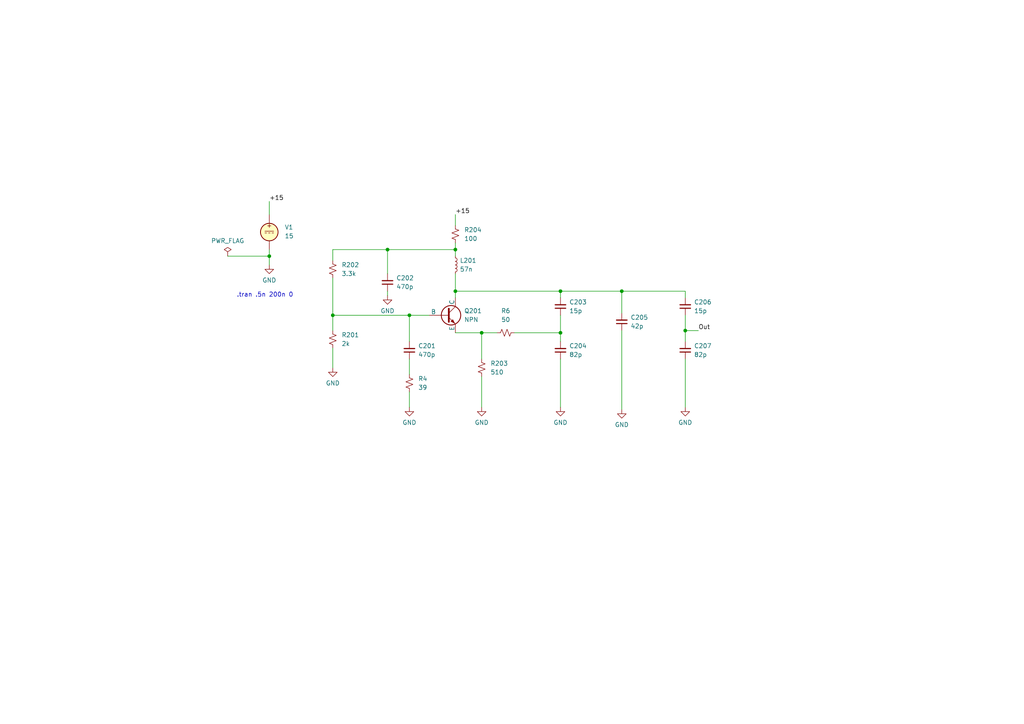
<source format=kicad_sch>
(kicad_sch (version 20230121) (generator eeschema)
  (paper "A4")
  (lib_symbols
    (symbol "Device:C_Small" (pin_numbers hide) (pin_names (offset 0.254) hide)
      (property "Reference" "C" (at 0.254 1.778 0))
      (property "Value" "C_Small" (at 0.254 -2.032 0))
      (symbol "C_Small_0_1"
        (polyline (pts (xy -1.524 -0.508) (xy 1.524 -0.508)) (stroke (width 0.3302)))
        (polyline (pts (xy -1.524 0.508) (xy 1.524 0.508)) (stroke (width 0.3048)))
      )
      (symbol "C_Small_1_1"
        (pin passive line (at 0 2.54 270) (length 2.032) (name "~") (number "1"))
        (pin passive line (at 0 -2.54 90) (length 2.032) (name "~") (number "2"))
      )
    )
    (symbol "Device:L_Small" (pin_numbers hide) (pin_names (offset 0.254) hide)
      (property "Reference" "L" (at 0.762 1.016 0))
      (property "Value" "L_Small" (at 0.762 -1.016 0))
      (symbol "L_Small_0_1"
        (arc (start 0 -2.032) (mid 0.5058 -1.524) (end 0 -1.016))
        (arc (start 0 -1.016) (mid 0.5058 -0.508) (end 0 0))
        (arc (start 0 0) (mid 0.5058 0.508) (end 0 1.016))
        (arc (start 0 1.016) (mid 0.5058 1.524) (end 0 2.032))
      )
      (symbol "L_Small_1_1"
        (pin passive line (at 0 2.54 270) (length 0.508) (name "~") (number "1"))
        (pin passive line (at 0 -2.54 90) (length 0.508) (name "~") (number "2"))
      )
    )
    (symbol "Device:R_Small_US" (pin_numbers hide) (pin_names (offset 0.254) hide)
      (property "Reference" "R" (at 0.762 0.508 0))
      (property "Value" "R_Small_US" (at 0.762 -1.016 0))
      (symbol "R_Small_US_1_1"
        (polyline (pts (xy 0 0) (xy 1.016 -0.381) (xy 0 -0.762) (xy -1.016 -1.143) (xy 0 -1.524)))
        (polyline (pts (xy 0 1.524) (xy 1.016 1.143) (xy 0 0.762) (xy -1.016 0.381) (xy 0 0)))
        (pin passive line (at 0 2.54 270) (length 1.016) (name "~") (number "1"))
        (pin passive line (at 0 -2.54 90) (length 1.016) (name "~") (number "2"))
      )
    )
    (symbol "Simulation_SPICE:NPN" (pin_numbers hide) (pin_names (offset 0))
      (property "Reference" "Q" (at -2.54 7.62 0))
      (property "Value" "NPN" (at -2.54 5.08 0))
      (symbol "NPN_0_1"
        (polyline (pts (xy -2.54 0) (xy 0.635 0)) (stroke (width 0.1524)))
        (polyline (pts (xy 0.635 0.635) (xy 2.54 2.54)))
        (polyline (pts (xy 2.794 -1.27) (xy 2.794 -1.27)) (stroke (width 0.1524)))
        (polyline (pts (xy 2.794 -1.27) (xy 2.794 -1.27)) (stroke (width 0.1524)))
        (polyline (pts (xy 0.635 -0.635) (xy 2.54 -2.54) (xy 2.54 -2.54)))
        (polyline (pts (xy 0.635 1.905) (xy 0.635 -1.905) (xy 0.635 -1.905)) (stroke (width 0.508)))
        (polyline (pts (xy 1.27 -1.778) (xy 1.778 -1.27) (xy 2.286 -2.286) (xy 1.27 -1.778) (xy 1.27 -1.778)) (fill (type outline)))
        (circle (center 1.27 0) (radius 2.8194) (stroke (width 0.254)))
      )
      (symbol "NPN_1_1"
        (pin open_collector line (at 2.54 5.08 270) (length 2.54) (name "C") (number "1"))
        (pin input line (at -5.08 0 0) (length 2.54) (name "B") (number "2"))
        (pin open_emitter line (at 2.54 -5.08 90) (length 2.54) (name "E") (number "3"))
      )
    )
    (symbol "Simulation_SPICE:VDC" (pin_numbers hide) (pin_names (offset 0.0254))
      (property "Reference" "V" (at 2.54 2.54 0))
      (property "Value" "1" (at 2.54 0 0))
      (symbol "VDC_0_0"
        (polyline (pts (xy -1.27 0.254) (xy 1.27 0.254)))
        (polyline (pts (xy -0.762 -0.254) (xy -1.27 -0.254)))
        (polyline (pts (xy 0.254 -0.254) (xy -0.254 -0.254)))
        (polyline (pts (xy 1.27 -0.254) (xy 0.762 -0.254)))
        (text "+" (at 0 1.905 0) (effects (font (size 1.27 1.27))))
      )
      (symbol "VDC_0_1"
        (circle (center 0 0) (radius 2.54) (stroke (width 0.254)) (fill (type background)))
      )
      (symbol "VDC_1_1"
        (pin passive line (at 0 5.08 270) (length 2.54) (name "~") (number "1"))
        (pin passive line (at 0 -5.08 90) (length 2.54) (name "~") (number "2"))
      )
    )
    (symbol "power:GND" (power) (pin_names (offset 0))
      (property "Value" "GND" (at 0 -3.81 0))
      (symbol "GND_0_1"
        (polyline (pts (xy 0 0) (xy 0 -1.27) (xy 1.27 -1.27) (xy 0 -2.54) (xy -1.27 -1.27) (xy 0 -1.27)))
      )
      (symbol "GND_1_1"
        (pin power_in line (at 0 0 270) (length 0) hide (name "GND") (number "1"))
      )
    )
    (symbol "power:PWR_FLAG" (power) (pin_numbers hide) (pin_names (offset 0) hide)
      (property "Value" "PWR_FLAG" (at 0 3.81 0))
      (symbol "PWR_FLAG_0_0"
        (pin power_out line (at 0 0 90) (length 0) (name "pwr") (number "1"))
      )
      (symbol "PWR_FLAG_0_1"
        (polyline (pts (xy 0 0) (xy 0 1.27) (xy -1.016 1.905) (xy 0 2.54) (xy 1.016 1.905) (xy 0 1.27)))
      )
    )
  )
  (junction (at 198.755 95.885))
  (junction (at 112.395 72.39))
  (junction (at 96.52 91.44))
  (junction (at 162.56 84.455))
  (junction (at 139.7 96.52))
  (junction (at 78.105 74.295))
  (junction (at 162.56 96.52))
  (junction (at 132.08 84.455))
  (junction (at 118.745 91.44))
  (junction (at 132.08 72.39))
  (junction (at 180.34 84.455))
  (wire (pts (xy 96.52 75.565) (xy 96.52 72.39)))
  (wire (pts (xy 118.745 91.44) (xy 118.745 99.06)))
  (wire (pts (xy 149.225 96.52) (xy 162.56 96.52)))
  (wire (pts (xy 96.52 100.965) (xy 96.52 106.68)))
  (wire (pts (xy 139.7 96.52) (xy 139.7 104.14)))
  (wire (pts (xy 112.395 79.375) (xy 112.395 72.39)))
  (wire (pts (xy 198.755 86.36) (xy 198.755 84.455)))
  (wire (pts (xy 198.755 84.455) (xy 180.34 84.455)))
  (wire (pts (xy 162.56 104.14) (xy 162.56 118.11)))
  (wire (pts (xy 162.56 84.455) (xy 132.08 84.455)))
  (wire (pts (xy 132.08 62.23) (xy 132.08 65.405)))
  (wire (pts (xy 162.56 86.36) (xy 162.56 84.455)))
  (wire (pts (xy 112.395 72.39) (xy 132.08 72.39)))
  (wire (pts (xy 198.755 95.885) (xy 202.565 95.885)))
  (wire (pts (xy 198.755 95.885) (xy 198.755 99.06)))
  (wire (pts (xy 78.105 72.39) (xy 78.105 74.295)))
  (wire (pts (xy 112.395 84.455) (xy 112.395 85.725)))
  (wire (pts (xy 162.56 96.52) (xy 162.56 99.06)))
  (wire (pts (xy 139.7 96.52) (xy 144.145 96.52)))
  (wire (pts (xy 132.08 70.485) (xy 132.08 72.39)))
  (wire (pts (xy 132.08 79.375) (xy 132.08 84.455)))
  (wire (pts (xy 198.755 104.14) (xy 198.755 118.11)))
  (wire (pts (xy 139.7 109.22) (xy 139.7 118.11)))
  (wire (pts (xy 180.34 84.455) (xy 180.34 90.805)))
  (wire (pts (xy 132.08 72.39) (xy 132.08 74.295)))
  (wire (pts (xy 132.08 84.455) (xy 132.08 86.36)))
  (wire (pts (xy 180.34 84.455) (xy 162.56 84.455)))
  (wire (pts (xy 162.56 91.44) (xy 162.56 96.52)))
  (wire (pts (xy 78.105 58.42) (xy 78.105 62.23)))
  (wire (pts (xy 96.52 72.39) (xy 112.395 72.39)))
  (wire (pts (xy 198.755 91.44) (xy 198.755 95.885)))
  (wire (pts (xy 124.46 91.44) (xy 118.745 91.44)))
  (wire (pts (xy 132.08 96.52) (xy 139.7 96.52)))
  (wire (pts (xy 180.34 95.885) (xy 180.34 118.745)))
  (wire (pts (xy 96.52 80.645) (xy 96.52 91.44)))
  (wire (pts (xy 118.745 104.14) (xy 118.745 108.585)))
  (wire (pts (xy 66.04 74.295) (xy 78.105 74.295)))
  (wire (pts (xy 96.52 91.44) (xy 96.52 95.885)))
  (wire (pts (xy 118.745 91.44) (xy 96.52 91.44)))
  (wire (pts (xy 78.105 74.295) (xy 78.105 76.835)))
  (wire (pts (xy 118.745 113.665) (xy 118.745 118.11)))
  (text ".tran .5n 200n 0" (at 85.09 86.36 0) (effects (font (size 1.27 1.27)) (justify right bottom)))
  (label "+15" (at 132.08 62.23 0))
  (label "+15" (at 78.105 58.42 0))
  (label "Out" (at 202.565 95.885 0))
  (symbol (lib_id "power:GND") (at 78.105 76.835 0) (unit 1)
    (property "Reference" "#PWR07" (effects hide))
    (property "Value" "GND" (at 78.105 81.28 0))
  )
  (symbol (lib_id "power:GND") (at 96.52 106.68 0) (unit 1)
    (property "Reference" "#PWR02" (effects hide))
    (property "Value" "GND" (at 96.52 111.125 0))
  )
  (symbol (lib_id "Device:C_Small") (at 180.34 93.345 180) (unit 1)
    (property "Reference" "C205" (at 182.88 92.0686 0) (effects (justify right)))
    (property "Value" "42p" (at 182.88 94.6086 0) (effects (justify right)))
    (property "Sim.Device" "C" (effects hide))
    (property "Sim.Pins" "1=+ 2=-" (effects hide))
  )
  (symbol (lib_id "Simulation_SPICE:NPN") (at 129.54 91.44 0) (unit 1)
    (property "Reference" "Q201" (at 134.62 90.17 0) (effects (justify left)))
    (property "Value" "NPN" (at 134.62 92.71 0) (effects (justify left)))
    (property "Sim.Device" "NPN" (effects hide))
    (property "Sim.Type" "GUMMELPOON" (effects hide))
    (property "Sim.Pins" "1=C 2=B 3=E" (effects hide))
  )
  (symbol (lib_id "Device:C_Small") (at 198.755 101.6 180) (unit 1)
    (property "Reference" "C207" (at 201.295 100.3236 0) (effects (justify right)))
    (property "Value" "82p" (at 201.295 102.8636 0) (effects (justify right)))
  )
  (symbol (lib_id "Simulation_SPICE:VDC") (at 78.105 67.31 0) (unit 1)
    (property "Reference" "V1" (at 82.55 65.9102 0) (effects (justify left)))
    (property "Value" "15" (at 82.55 68.4502 0) (effects (justify left)))
    (property "Sim.Pins" "1=+ 2=-" (effects hide))
    (property "Sim.Type" "DC" (effects hide))
    (property "Sim.Device" "V" (effects hide))
  )
  (symbol (lib_id "Device:R_Small_US") (at 139.7 106.68 0) (unit 1)
    (property "Reference" "R203" (at 142.24 105.41 0) (effects (justify left)))
    (property "Value" "510" (at 142.24 107.95 0) (effects (justify left)))
  )
  (symbol (lib_id "power:GND") (at 198.755 118.11 0) (unit 1)
    (property "Reference" "#PWR06" (effects hide))
    (property "Value" "GND" (at 198.755 122.555 0))
  )
  (symbol (lib_id "Device:C_Small") (at 162.56 101.6 180) (unit 1)
    (property "Reference" "C204" (at 165.1 100.3236 0) (effects (justify right)))
    (property "Value" "82p" (at 165.1 102.8636 0) (effects (justify right)))
  )
  (symbol (lib_id "power:GND") (at 180.34 118.745 0) (unit 1)
    (property "Reference" "#PWR08" (effects hide))
    (property "Value" "GND" (at 180.34 123.19 0))
  )
  (symbol (lib_id "power:PWR_FLAG") (at 66.04 74.295 0) (unit 1)
    (property "Reference" "#FLG01" (effects hide))
    (property "Value" "PWR_FLAG" (at 66.04 69.85 0))
  )
  (symbol (lib_id "Device:R_Small_US") (at 96.52 78.105 0) (unit 1)
    (property "Reference" "R202" (at 99.06 76.835 0) (effects (justify left)))
    (property "Value" "3.3k" (at 99.06 79.375 0) (effects (justify left)))
  )
  (symbol (lib_id "power:GND") (at 112.395 85.725 0) (unit 1)
    (property "Reference" "#PWR01" (effects hide))
    (property "Value" "GND" (at 112.395 90.17 0))
  )
  (symbol (lib_id "Device:R_Small_US") (at 118.745 111.125 0) (unit 1)
    (property "Reference" "R4" (at 121.285 109.855 0) (effects (justify left)))
    (property "Value" "39" (at 121.285 112.395 0) (effects (justify left)))
  )
  (symbol (lib_id "Device:L_Small") (at 132.08 76.835 0) (unit 1)
    (property "Reference" "L201" (at 133.35 75.565 0) (effects (justify left)))
    (property "Value" "57n" (at 133.35 78.105 0) (effects (justify left)))
  )
  (symbol (lib_id "power:GND") (at 139.7 118.11 0) (unit 1)
    (property "Reference" "#PWR04" (effects hide))
    (property "Value" "GND" (at 139.7 122.555 0))
  )
  (symbol (lib_id "Device:R_Small_US") (at 132.08 67.945 0) (unit 1)
    (property "Reference" "R204" (at 134.62 66.675 0) (effects (justify left)))
    (property "Value" "100" (at 134.62 69.215 0) (effects (justify left)))
  )
  (symbol (lib_id "Device:C_Small") (at 198.755 88.9 180) (unit 1)
    (property "Reference" "C206" (at 201.295 87.6236 0) (effects (justify right)))
    (property "Value" "15p" (at 201.295 90.1636 0) (effects (justify right)))
  )
  (symbol (lib_id "power:GND") (at 162.56 118.11 0) (unit 1)
    (property "Reference" "#PWR05" (effects hide))
    (property "Value" "GND" (at 162.56 122.555 0))
  )
  (symbol (lib_id "Device:C_Small") (at 118.745 101.6 180) (unit 1)
    (property "Reference" "C201" (at 121.285 100.3236 0) (effects (justify right)))
    (property "Value" "470p" (at 121.285 102.8636 0) (effects (justify right)))
  )
  (symbol (lib_id "Device:R_Small_US") (at 146.685 96.52 90) (unit 1)
    (property "Reference" "R6" (at 146.685 90.17 90))
    (property "Value" "50" (at 146.685 92.71 90))
  )
  (symbol (lib_id "power:GND") (at 118.745 118.11 0) (unit 1)
    (property "Reference" "#PWR03" (effects hide))
    (property "Value" "GND" (at 118.745 122.555 0))
  )
  (symbol (lib_id "Device:C_Small") (at 162.56 88.9 180) (unit 1)
    (property "Reference" "C203" (at 165.1 87.6236 0) (effects (justify right)))
    (property "Value" "15p" (at 165.1 90.1636 0) (effects (justify right)))
  )
  (symbol (lib_id "Device:C_Small") (at 112.395 81.915 180) (unit 1)
    (property "Reference" "C202" (at 114.935 80.6386 0) (effects (justify right)))
    (property "Value" "470p" (at 114.935 83.1786 0) (effects (justify right)))
  )
  (symbol (lib_id "Device:R_Small_US") (at 96.52 98.425 0) (unit 1)
    (property "Reference" "R201" (at 99.06 97.155 0) (effects (justify left)))
    (property "Value" "2k" (at 99.06 99.695 0) (effects (justify left)))
  )
)
</source>
